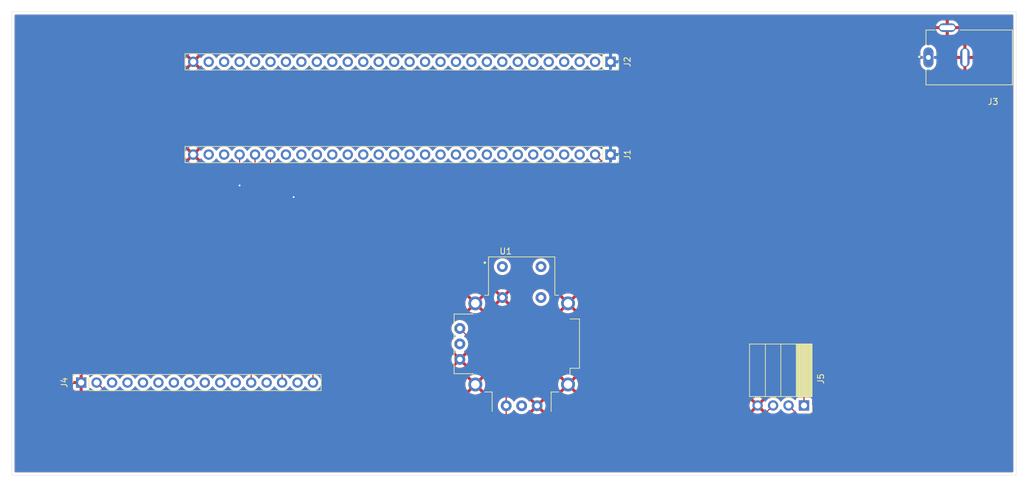
<source format=kicad_pcb>
(kicad_pcb (version 20241229) (generator "pcbnew") (generator_version "9.0")
  (layers (0 "F.Cu" signal) (2 "B.Cu" signal) (13 "F.Paste" user) (15 "B.Paste" user) (5 "F.SilkS" user "F.Silkscreen") (7 "B.SilkS" user "B.Silkscreen") (1 "F.Mask" user) (3 "B.Mask" user) (25 "Edge.Cuts" user))
  (net 0 "")
  (net 2 "/LED")
  (net 3 "/SDA")
  (net 4 "/JS_{x}")
  (net 6 "/SCK")
  (net 7 "+5V")
  (net 10 "+3.3V")
  (net 12 "/TX")
  (net 18 "GND")
  (net 20 "/CSn")
  (net 24 "/SCL")
  (net 25 "/JS_{s}")
  (net 28 "/JS_{y}")
  (net 29 "/D")
  (net 31 "/C")
  (net 34 "/CLK")
  (net 35 "/R1")
  (net 36 "/G1")
  (net 37 "/A")
  (net 40 "/B2")
  (net 41 "/B1")
  (net 42 "/G2")
  (net 43 "/OE")
  (net 44 "/B")
  (net 45 "/LAT")
  (net 48 "/R2")
  (net 49 "/E")
  (footprint "Tower_Defense:XDCR_COM-09032" (layer "F.Cu") (at 154.94 97.79)
    (property "Reference" "U1" (at -2.625 -15.235 0) (layer "F.SilkS"))
    (property "Value" "COM-09032")
    (fp_line (start -11.1 -4.9) (end -7.95 -4.9) (stroke (width 0.127)) (layer "F.SilkS"))
    (fp_line (start -11.1 4.9) (end -11.1 -4.9) (stroke (width 0.127)) (layer "F.SilkS"))
    (fp_line (start -7.95 4.9) (end -11.1 4.9) (stroke (width 0.127)) (layer "F.SilkS"))
    (fp_line (start -7.95 5.17) (end -7.95 4.9) (stroke (width 0.127)) (layer "F.SilkS"))
    (fp_line (start -6.07 -8) (end -5.45 -8) (stroke (width 0.127)) (layer "F.SilkS"))
    (fp_line (start -5.45 -14.3) (end 5.45 -14.3) (stroke (width 0.127)) (layer "F.SilkS"))
    (fp_line (start -5.45 -8) (end -5.45 -14.3) (stroke (width 0.127)) (layer "F.SilkS"))
    (fp_line (start -4.85 7.9) (end -6.07 7.9) (stroke (width 0.127)) (layer "F.SilkS"))
    (fp_line (start -4.85 11.1) (end -4.85 7.9) (stroke (width 0.127)) (layer "F.SilkS"))
    (fp_line (start 4.85 7.9) (end 4.85 11.1) (stroke (width 0.127)) (layer "F.SilkS"))
    (fp_line (start 5.45 -14.3) (end 5.45 -8) (stroke (width 0.127)) (layer "F.SilkS"))
    (fp_line (start 5.45 -8) (end 6.08 -8) (stroke (width 0.127)) (layer "F.SilkS"))
    (fp_line (start 6.08 7.9) (end 4.85 7.9) (stroke (width 0.127)) (layer "F.SilkS"))
    (fp_line (start 7.95 -4.1) (end 9.5 -4.1) (stroke (width 0.127)) (layer "F.SilkS"))
    (fp_line (start 7.95 4) (end 7.95 5.12) (stroke (width 0.127)) (layer "F.SilkS"))
    (fp_line (start 9.5 -4.1) (end 9.5 4) (stroke (width 0.127)) (layer "F.SilkS"))
    (fp_line (start 9.5 4) (end 7.95 4) (stroke (width 0.127)) (layer "F.SilkS"))
    (fp_circle (center -6.05 -13.35) (end -5.95 -13.35) (stroke (width 0.2)) (fill no) (layer "F.SilkS"))
    (pad "B1A" thru_hole circle (at -3.175 -12.7) (size 1.778 1.778) (drill 0.9) (layers "*.Cu" "*.Mask") (net 25 "/JS_{s}"))
    (pad "B1B" thru_hole circle (at 3.175 -12.7) (size 1.778 1.778) (drill 0.9) (layers "*.Cu" "*.Mask"))
    (pad "B2A" thru_hole circle (at -3.175 -7.62) (size 1.778 1.778) (drill 0.9) (layers "*.Cu" "*.Mask") (net 18 "GND"))
    (pad "B2B" thru_hole circle (at 3.175 -7.62) (size 1.778 1.778) (drill 0.9) (layers "*.Cu" "*.Mask"))
    (pad "H1" thru_hole circle (at -2.54 10.16) (size 1.778 1.778) (drill 0.889) (layers "*.Cu" "*.Mask") (net 10 "+3.3V"))
    (pad "H2" thru_hole circle (at 0 10.16) (size 1.778 1.778) (drill 0.889) (layers "*.Cu" "*.Mask") (net 4 "/JS_{x}"))
    (pad "H3" thru_hole circle (at 2.54 10.16) (size 1.778 1.778) (drill 0.889) (layers "*.Cu" "*.Mask") (net 18 "GND"))
    (pad "S1" thru_hole circle (at -7.62 -6.6675) (size 2.286 2.286) (drill 1.397) (layers "*.Cu" "*.Mask") (net 18 "GND"))
    (pad "S2" thru_hole circle (at -7.62 6.6675) (size 2.286 2.286) (drill 1.397) (layers "*.Cu" "*.Mask") (net 18 "GND"))
    (pad "S3" thru_hole circle (at 7.62 6.6675) (size 2.286 2.286) (drill 1.397) (layers "*.Cu" "*.Mask") (net 18 "GND"))
    (pad "S4" thru_hole circle (at 7.62 -6.6675) (size 2.286 2.286) (drill 1.397) (layers "*.Cu" "*.Mask") (net 18 "GND"))
    (pad "V1" thru_hole circle (at -10.16 -2.54) (size 1.778 1.778) (drill 0.889) (layers "*.Cu" "*.Mask") (net 10 "+3.3V"))
    (pad "V2" thru_hole circle (at -10.16 0) (size 1.778 1.778) (drill 0.889) (layers "*.Cu" "*.Mask") (net 28 "/JS_{y}"))
    (pad "V3" thru_hole circle (at -10.16 2.54) (size 1.778 1.778) (drill 0.889) (layers "*.Cu" "*.Mask") (net 18 "GND"))
  )
  (footprint "Tower_Defense:barrel_jack" (layer "F.Cu") (at 221.7775 50.715 180)
    (property "Reference" "J3" (at -10.625 -7.275 0) (layer "F.SilkS"))
    (property "Value" "Barrel_Jack_Switch")
    (fp_line (start 0.4 4.5) (end 0.4 2.1) (stroke (width 0.127)) (layer "F.SilkS"))
    (fp_line (start 0.4 -4.5) (end 0.4 -2.1) (stroke (width 0.127)) (layer "F.SilkS"))
    (fp_line (start 0.4 -4.5) (end -13.8 -4.5) (stroke (width 0.127)) (layer "F.SilkS"))
    (fp_line (start -1.1 4.5) (end 0.4 4.5) (stroke (width 0.127)) (layer "F.SilkS"))
    (fp_line (start -13.8 4.5) (end -5.2 4.5) (stroke (width 0.127)) (layer "F.SilkS"))
    (fp_line (start -13.8 -4.5) (end -13.8 4.5) (stroke (width 0.127)) (layer "F.SilkS"))
    (fp_circle (center 1.5 0.1) (end 1.6 0.1) (stroke (width 0.2)) (fill no) (layer "F.SilkS"))
    (fp_line (start 0.4 1.1) (end 0.4 -1) (stroke (width 0.01)) (layer "Edge.Cuts"))
    (fp_line (start -0.4 -1.1) (end -0.4 1) (stroke (width 0.01)) (layer "Edge.Cuts"))
    (fp_arc (start 0.4 1.1) (mid 0.282843 1.382843) (end 0 1.5) (stroke (width 0.01)) (layer "Edge.Cuts"))
    (fp_arc (start 0 1.5) (mid -0.303553 1.332843) (end -0.4 1) (stroke (width 0.01)) (layer "Edge.Cuts"))
    (fp_arc (start 0 -1.5) (mid 0.303553 -1.332843) (end 0.4 -1) (stroke (width 0.01)) (layer "Edge.Cuts"))
    (fp_arc (start -0.4 -1.1) (mid -0.282843 -1.382843) (end 0 -1.5) (stroke (width 0.01)) (layer "Edge.Cuts"))
    (pad "1" thru_hole oval (at 0 0 180) (size 1.65 3.3) (drill 0.8) (layers "*.Cu" "*.Mask") (net 7 "+5V"))
    (pad "2" thru_hole oval (at -6 0 180) (size 1.55 3.1) (drill oval 0.8 2.8) (layers "*.Cu" "*.Mask") (net 18 "GND"))
    (pad "3" thru_hole oval (at -3.1 4.9 180) (size 2.8 1.4) (drill oval 2.5 0.8) (layers "*.Cu" "*.Mask") (net 18 "GND"))
  )
  (footprint "Connector_PinSocket_2.54mm:PinSocket_1x04_P2.54mm_Horizontal" (layer "F.Cu") (at 201.335 107.905 -90)
    (property "Reference" "J5" (at -4.38 -2.77 90) (layer "F.SilkS"))
    (property "Value" "Conn_01x04_Socket")
    (fp_line (start -10.09 8.95) (end -1.46 8.95) (stroke (width 0.12)) (layer "F.SilkS"))
    (fp_line (start -1.46 7.98) (end -1.05 7.98) (stroke (width 0.12)) (layer "F.SilkS"))
    (fp_line (start -1.46 7.26) (end -1.05 7.26) (stroke (width 0.12)) (layer "F.SilkS"))
    (fp_line (start -10.09 6.35) (end -1.46 6.35) (stroke (width 0.12)) (layer "F.SilkS"))
    (fp_line (start -1.46 5.44) (end -1.05 5.44) (stroke (width 0.12)) (layer "F.SilkS"))
    (fp_line (start -1.46 4.72) (end -1.05 4.72) (stroke (width 0.12)) (layer "F.SilkS"))
    (fp_line (start -10.09 3.81) (end -1.46 3.81) (stroke (width 0.12)) (layer "F.SilkS"))
    (fp_line (start -1.46 2.9) (end -1.05 2.9) (stroke (width 0.12)) (layer "F.SilkS"))
    (fp_line (start -1.46 2.18) (end -1.05 2.18) (stroke (width 0.12)) (layer "F.SilkS"))
    (fp_line (start -10.09 1.27) (end -1.46 1.27) (stroke (width 0.12)) (layer "F.SilkS"))
    (fp_line (start -10.09 1.1519) (end -1.46 1.1519) (stroke (width 0.12)) (layer "F.SilkS"))
    (fp_line (start -10.09 1.033805) (end -1.46 1.033805) (stroke (width 0.12)) (layer "F.SilkS"))
    (fp_line (start -10.09 0.91571) (end -1.46 0.91571) (stroke (width 0.12)) (layer "F.SilkS"))
    (fp_line (start -10.09 0.797615) (end -1.46 0.797615) (stroke (width 0.12)) (layer "F.SilkS"))
    (fp_line (start -10.09 0.67952) (end -1.46 0.67952) (stroke (width 0.12)) (layer "F.SilkS"))
    (fp_line (start -10.09 0.561425) (end -1.46 0.561425) (stroke (width 0.12)) (layer "F.SilkS"))
    (fp_line (start -10.09 0.44333) (end -1.46 0.44333) (stroke (width 0.12)) (layer "F.SilkS"))
    (fp_line (start -1.46 0.36) (end -1.11 0.36) (stroke (width 0.12)) (layer "F.SilkS"))
    (fp_line (start -10.09 0.325235) (end -1.46 0.325235) (stroke (width 0.12)) (layer "F.SilkS"))
    (fp_line (start -10.09 0.20714) (end -1.46 0.20714) (stroke (width 0.12)) (layer "F.SilkS"))
    (fp_line (start -10.09 0.089045) (end -1.46 0.089045) (stroke (width 0.12)) (layer "F.SilkS"))
    (fp_line (start -10.09 -0.02905) (end -1.46 -0.02905) (stroke (width 0.12)) (layer "F.SilkS"))
    (fp_line (start -10.09 -0.147145) (end -1.46 -0.147145) (stroke (width 0.12)) (layer "F.SilkS"))
    (fp_line (start -10.09 -0.26524) (end -1.46 -0.26524) (stroke (width 0.12)) (layer "F.SilkS"))
    (fp_line (start -1.46 -0.36) (end -1.11 -0.36) (stroke (width 0.12)) (layer "F.SilkS"))
    (fp_line (start -10.09 -0.383335) (end -1.46 -0.383335) (stroke (width 0.12)) (layer "F.SilkS"))
    (fp_line (start -10.09 -0.50143) (end -1.46 -0.50143) (stroke (width 0.12)) (layer "F.SilkS"))
    (fp_line (start -10.09 -0.619525) (end -1.46 -0.619525) (stroke (width 0.12)) (layer "F.SilkS"))
    (fp_line (start -10.09 -0.73762) (end -1.46 -0.73762) (stroke (width 0.12)) (layer "F.SilkS"))
    (fp_line (start -10.09 -0.855715) (end -1.46 -0.855715) (stroke (width 0.12)) (layer "F.SilkS"))
    (fp_line (start -10.09 -0.97381) (end -1.46 -0.97381) (stroke (width 0.12)) (layer "F.SilkS"))
    (fp_line (start -10.09 -1.091905) (end -1.46 -1.091905) (stroke (width 0.12)) (layer "F.SilkS"))
    (fp_line (start -10.09 -1.21) (end -1.46 -1.21) (stroke (width 0.12)) (layer "F.SilkS"))
    (fp_line (start -10.09 -1.33) (end -10.09 8.95) (stroke (width 0.12)) (layer "F.SilkS"))
    (fp_line (start -10.09 -1.33) (end -1.46 -1.33) (stroke (width 0.12)) (layer "F.SilkS"))
    (fp_line (start -1.46 -1.33) (end -1.46 8.95) (stroke (width 0.12)) (layer "F.SilkS"))
    (fp_line (start 0 -1.33) (end 1.11 -1.33) (stroke (width 0.12)) (layer "F.SilkS"))
    (fp_line (start 1.11 -1.33) (end 1.11 0) (stroke (width 0.12)) (layer "F.SilkS"))
    (pad "1" thru_hole rect (at 0 0 270) (size 1.7 1.7) (drill 1) (layers "*.Cu" "*.Mask") (net 24 "/SCL"))
    (pad "2" thru_hole circle (at 0 2.54 270) (size 1.7 1.7) (drill 1) (layers "*.Cu" "*.Mask") (net 3 "/SDA"))
    (pad "3" thru_hole circle (at 0 5.08 270) (size 1.7 1.7) (drill 1) (layers "*.Cu" "*.Mask") (net 10 "+3.3V"))
    (pad "4" thru_hole circle (at 0 7.62 270) (size 1.7 1.7) (drill 1) (layers "*.Cu" "*.Mask") (net 18 "GND"))
  )
  (footprint "Connector_PinSocket_2.54mm:PinSocket_1x28_P2.54mm_Vertical" (layer "F.Cu") (at 169.545 51.435 -90)
    (property "Reference" "J2" (at 0 -2.77 90) (layer "F.SilkS"))
    (property "Value" "Conn_01x28_Socket")
    (fp_line (start -1.33 69.91) (end 1.33 69.91) (stroke (width 0.12)) (layer "F.SilkS"))
    (fp_line (start -1.33 1.27) (end -1.33 69.91) (stroke (width 0.12)) (layer "F.SilkS"))
    (fp_line (start -1.33 1.27) (end 1.33 1.27) (stroke (width 0.12)) (layer "F.SilkS"))
    (fp_line (start 1.33 1.27) (end 1.33 69.91) (stroke (width 0.12)) (layer "F.SilkS"))
    (fp_line (start 0 -1.33) (end 1.33 -1.33) (stroke (width 0.12)) (layer "F.SilkS"))
    (fp_line (start 1.33 -1.33) (end 1.33 0) (stroke (width 0.12)) (layer "F.SilkS"))
    (pad "1" thru_hole rect (at 0 0 270) (size 1.7 1.7) (drill 1) (layers "*.Cu" "*.Mask") (net 7 "+5V"))
    (pad "2" thru_hole circle (at 0 2.54 270) (size 1.7 1.7) (drill 1) (layers "*.Cu" "*.Mask") (net 10 "+3.3V"))
    (pad "3" thru_hole circle (at 0 5.08 270) (size 1.7 1.7) (drill 1) (layers "*.Cu" "*.Mask"))
    (pad "4" thru_hole circle (at 0 7.62 270) (size 1.7 1.7) (drill 1) (layers "*.Cu" "*.Mask"))
    (pad "5" thru_hole circle (at 0 10.16 270) (size 1.7 1.7) (drill 1) (layers "*.Cu" "*.Mask"))
    (pad "6" thru_hole circle (at 0 12.7 270) (size 1.7 1.7) (drill 1) (layers "*.Cu" "*.Mask"))
    (pad "7" thru_hole circle (at 0 15.24 270) (size 1.7 1.7) (drill 1) (layers "*.Cu" "*.Mask"))
    (pad "8" thru_hole circle (at 0 17.78 270) (size 1.7 1.7) (drill 1) (layers "*.Cu" "*.Mask") (net 35 "/R1"))
    (pad "9" thru_hole circle (at 0 20.32 270) (size 1.7 1.7) (drill 1) (layers "*.Cu" "*.Mask") (net 41 "/B1"))
    (pad "10" thru_hole circle (at 0 22.86 270) (size 1.7 1.7) (drill 1) (layers "*.Cu" "*.Mask") (net 36 "/G1"))
    (pad "11" thru_hole circle (at 0 25.4 270) (size 1.7 1.7) (drill 1) (layers "*.Cu" "*.Mask"))
    (pad "12" thru_hole circle (at 0 27.94 270) (size 1.7 1.7) (drill 1) (layers "*.Cu" "*.Mask") (net 48 "/R2"))
    (pad "13" thru_hole circle (at 0 30.48 270) (size 1.7 1.7) (drill 1) (layers "*.Cu" "*.Mask") (net 40 "/B2"))
    (pad "14" thru_hole circle (at 0 33.02 270) (size 1.7 1.7) (drill 1) (layers "*.Cu" "*.Mask") (net 42 "/G2"))
    (pad "15" thru_hole circle (at 0 35.56 270) (size 1.7 1.7) (drill 1) (layers "*.Cu" "*.Mask") (net 49 "/E"))
    (pad "16" thru_hole circle (at 0 38.1 270) (size 1.7 1.7) (drill 1) (layers "*.Cu" "*.Mask") (net 37 "/A"))
    (pad "17" thru_hole circle (at 0 40.64 270) (size 1.7 1.7) (drill 1) (layers "*.Cu" "*.Mask") (net 44 "/B"))
    (pad "18" thru_hole circle (at 0 43.18 270) (size 1.7 1.7) (drill 1) (layers "*.Cu" "*.Mask") (net 31 "/C"))
    (pad "19" thru_hole circle (at 0 45.72 270) (size 1.7 1.7) (drill 1) (layers "*.Cu" "*.Mask") (net 29 "/D"))
    (pad "20" thru_hole circle (at 0 48.26 270) (size 1.7 1.7) (drill 1) (layers "*.Cu" "*.Mask") (net 34 "/CLK"))
    (pad "21" thru_hole circle (at 0 50.8 270) (size 1.7 1.7) (drill 1) (layers "*.Cu" "*.Mask") (net 45 "/LAT"))
    (pad "22" thru_hole circle (at 0 53.34 270) (size 1.7 1.7) (drill 1) (layers "*.Cu" "*.Mask") (net 43 "/OE"))
    (pad "23" thru_hole circle (at 0 55.88 270) (size 1.7 1.7) (drill 1) (layers "*.Cu" "*.Mask"))
    (pad "24" thru_hole circle (at 0 58.42 270) (size 1.7 1.7) (drill 1) (layers "*.Cu" "*.Mask"))
    (pad "25" thru_hole circle (at 0 60.96 270) (size 1.7 1.7) (drill 1) (layers "*.Cu" "*.Mask"))
    (pad "26" thru_hole circle (at 0 63.5 270) (size 1.7 1.7) (drill 1) (layers "*.Cu" "*.Mask"))
    (pad "27" thru_hole circle (at 0 66.04 270) (size 1.7 1.7) (drill 1) (layers "*.Cu" "*.Mask"))
    (pad "28" thru_hole circle (at 0 68.58 270) (size 1.7 1.7) (drill 1) (layers "*.Cu" "*.Mask") (net 18 "GND"))
  )
  (footprint "Connector_PinSocket_2.54mm:PinSocket_1x16_P2.54mm_Vertical" (layer "F.Cu") (at 82.55 104.14 90)
    (property "Reference" "J4" (at 0 -2.77 90) (layer "F.SilkS"))
    (property "Value" "Conn_01x16_Socket")
    (fp_line (start 1.33 -1.33) (end 1.33 0) (stroke (width 0.12)) (layer "F.SilkS"))
    (fp_line (start 0 -1.33) (end 1.33 -1.33) (stroke (width 0.12)) (layer "F.SilkS"))
    (fp_line (start 1.33 1.27) (end 1.33 39.43) (stroke (width 0.12)) (layer "F.SilkS"))
    (fp_line (start -1.33 1.27) (end 1.33 1.27) (stroke (width 0.12)) (layer "F.SilkS"))
    (fp_line (start -1.33 1.27) (end -1.33 39.43) (stroke (width 0.12)) (layer "F.SilkS"))
    (fp_line (start -1.33 39.43) (end 1.33 39.43) (stroke (width 0.12)) (layer "F.SilkS"))
    (pad "1" thru_hole rect (at 0 0 90) (size 1.7 1.7) (drill 1) (layers "*.Cu" "*.Mask") (net 18 "GND"))
    (pad "2" thru_hole circle (at 0 2.54 90) (size 1.7 1.7) (drill 1) (layers "*.Cu" "*.Mask") (net 10 "+3.3V"))
    (pad "3" thru_hole circle (at 0 5.08 90) (size 1.7 1.7) (drill 1) (layers "*.Cu" "*.Mask"))
    (pad "4" thru_hole circle (at 0 7.62 90) (size 1.7 1.7) (drill 1) (layers "*.Cu" "*.Mask"))
    (pad "5" thru_hole circle (at 0 10.16 90) (size 1.7 1.7) (drill 1) (layers "*.Cu" "*.Mask"))
    (pad "6" thru_hole circle (at 0 12.7 90) (size 1.7 1.7) (drill 1) (layers "*.Cu" "*.Mask"))
    (pad "7" thru_hole circle (at 0 15.24 90) (size 1.7 1.7) (drill 1) (layers "*.Cu" "*.Mask"))
    (pad "8" thru_hole circle (at 0 17.78 90) (size 1.7 1.7) (drill 1) (layers "*.Cu" "*.Mask"))
    (pad "9" thru_hole circle (at 0 20.32 90) (size 1.7 1.7) (drill 1) (layers "*.Cu" "*.Mask"))
    (pad "10" thru_hole circle (at 0 22.86 90) (size 1.7 1.7) (drill 1) (layers "*.Cu" "*.Mask"))
    (pad "11" thru_hole circle (at 0 25.4 90) (size 1.7 1.7) (drill 1) (layers "*.Cu" "*.Mask"))
    (pad "12" thru_hole circle (at 0 27.94 90) (size 1.7 1.7) (drill 1) (layers "*.Cu" "*.Mask") (net 6 "/SCK"))
    (pad "13" thru_hole circle (at 0 30.48 90) (size 1.7 1.7) (drill 1) (layers "*.Cu" "*.Mask"))
    (pad "14" thru_hole circle (at 0 33.02 90) (size 1.7 1.7) (drill 1) (layers "*.Cu" "*.Mask") (net 12 "/TX"))
    (pad "15" thru_hole circle (at 0 35.56 90) (size 1.7 1.7) (drill 1) (layers "*.Cu" "*.Mask"))
    (pad "16" thru_hole circle (at 0 38.1 90) (size 1.7 1.7) (drill 1) (layers "*.Cu" "*.Mask") (net 20 "/CSn"))
  )
  (footprint "Connector_PinSocket_2.54mm:PinSocket_1x28_P2.54mm_Vertical" (layer "F.Cu") (at 169.545 66.675 -90)
    (property "Reference" "J1" (at 0 -2.77 90) (layer "F.SilkS"))
    (property "Value" "Conn_01x28_Socket")
    (fp_line (start -1.33 69.91) (end 1.33 69.91) (stroke (width 0.12)) (layer "F.SilkS"))
    (fp_line (start -1.33 1.27) (end -1.33 69.91) (stroke (width 0.12)) (layer "F.SilkS"))
    (fp_line (start -1.33 1.27) (end 1.33 1.27) (stroke (width 0.12)) (layer "F.SilkS"))
    (fp_line (start 1.33 1.27) (end 1.33 69.91) (stroke (width 0.12)) (layer "F.SilkS"))
    (fp_line (start 0 -1.33) (end 1.33 -1.33) (stroke (width 0.12)) (layer "F.SilkS"))
    (fp_line (start 1.33 -1.33) (end 1.33 0) (stroke (width 0.12)) (layer "F.SilkS"))
    (pad "1" thru_hole rect (at 0 0 270) (size 1.7 1.7) (drill 1) (layers "*.Cu" "*.Mask") (net 7 "+5V"))
    (pad "2" thru_hole circle (at 0 2.54 270) (size 1.7 1.7) (drill 1) (layers "*.Cu" "*.Mask") (net 10 "+3.3V"))
    (pad "3" thru_hole circle (at 0 5.08 270) (size 1.7 1.7) (drill 1) (layers "*.Cu" "*.Mask") (net 2 "/LED"))
    (pad "4" thru_hole circle (at 0 7.62 270) (size 1.7 1.7) (drill 1) (layers "*.Cu" "*.Mask"))
    (pad "5" thru_hole circle (at 0 10.16 270) (size 1.7 1.7) (drill 1) (layers "*.Cu" "*.Mask"))
    (pad "6" thru_hole circle (at 0 12.7 270) (size 1.7 1.7) (drill 1) (layers "*.Cu" "*.Mask"))
    (pad "7" thru_hole circle (at 0 15.24 270) (size 1.7 1.7) (drill 1) (layers "*.Cu" "*.Mask"))
    (pad "8" thru_hole circle (at 0 17.78 270) (size 1.7 1.7) (drill 1) (layers "*.Cu" "*.Mask") (net 25 "/JS_{s}"))
    (pad "9" thru_hole circle (at 0 20.32 270) (size 1.7 1.7) (drill 1) (layers "*.Cu" "*.Mask") (net 28 "/JS_{y}"))
    (pad "10" thru_hole circle (at 0 22.86 270) (size 1.7 1.7) (drill 1) (layers "*.Cu" "*.Mask") (net 4 "/JS_{x}"))
    (pad "11" thru_hole circle (at 0 25.4 270) (size 1.7 1.7) (drill 1) (layers "*.Cu" "*.Mask"))
    (pad "12" thru_hole circle (at 0 27.94 270) (size 1.7 1.7) (drill 1) (layers "*.Cu" "*.Mask"))
    (pad "13" thru_hole circle (at 0 30.48 270) (size 1.7 1.7) (drill 1) (layers "*.Cu" "*.Mask"))
    (pad "14" thru_hole circle (at 0 33.02 270) (size 1.7 1.7) (drill 1) (layers "*.Cu" "*.Mask"))
    (pad "15" thru_hole circle (at 0 35.56 270) (size 1.7 1.7) (drill 1) (layers "*.Cu" "*.Mask"))
    (pad "16" thru_hole circle (at 0 38.1 270) (size 1.7 1.7) (drill 1) (layers "*.Cu" "*.Mask"))
    (pad "17" thru_hole circle (at 0 40.64 270) (size 1.7 1.7) (drill 1) (layers "*.Cu" "*.Mask"))
    (pad "18" thru_hole circle (at 0 43.18 270) (size 1.7 1.7) (drill 1) (layers "*.Cu" "*.Mask") (net 3 "/SDA"))
    (pad "19" thru_hole circle (at 0 45.72 270) (size 1.7 1.7) (drill 1) (layers "*.Cu" "*.Mask") (net 24 "/SCL"))
    (pad "20" thru_hole circle (at 0 48.26 270) (size 1.7 1.7) (drill 1) (layers "*.Cu" "*.Mask"))
    (pad "21" thru_hole circle (at 0 50.8 270) (size 1.7 1.7) (drill 1) (layers "*.Cu" "*.Mask"))
    (pad "22" thru_hole circle (at 0 53.34 270) (size 1.7 1.7) (drill 1) (layers "*.Cu" "*.Mask"))
    (pad "23" thru_hole circle (at 0 55.88 270) (size 1.7 1.7) (drill 1) (layers "*.Cu" "*.Mask") (net 12 "/TX"))
    (pad "24" thru_hole circle (at 0 58.42 270) (size 1.7 1.7) (drill 1) (layers "*.Cu" "*.Mask") (net 6 "/SCK"))
    (pad "25" thru_hole circle (at 0 60.96 270) (size 1.7 1.7) (drill 1) (layers "*.Cu" "*.Mask") (net 20 "/CSn"))
    (pad "26" thru_hole circle (at 0 63.5 270) (size 1.7 1.7) (drill 1) (layers "*.Cu" "*.Mask"))
    (pad "27" thru_hole circle (at 0 66.04 270) (size 1.7 1.7) (drill 1) (layers "*.Cu" "*.Mask"))
    (pad "28" thru_hole circle (at 0 68.58 270) (size 1.7 1.7) (drill 1) (layers "*.Cu" "*.Mask") (net 18 "GND"))
  )
  (gr_rect (start 71.12 43.18) (end 236.22 119.38) (stroke (width 0.05)) (fill no) (layer "Edge.Cuts"))
  (segment (start 198.795 107.905) (end 200.745 109.855) (width 0.2) (layer "F.Cu") (net 3))
  (segment (start 202.565 109.855) (end 203.2 109.22) (width 0.2) (layer "F.Cu") (net 3))
  (segment (start 200.745 109.855) (end 202.565 109.855) (width 0.2) (layer "F.Cu") (net 3))
  (segment (start 203.2 109.22) (end 203.2 105.41) (width 0.2) (layer "F.Cu") (net 3))
  (segment (start 110.49 70.485) (end 111.125 69.85) (width 0.2) (layer "F.Cu") (net 6))
  (segment (start 110.49 104.14) (end 110.49 70.485) (width 0.2) (layer "F.Cu") (net 6))
  (segment (start 111.125 69.85) (end 111.125 66.675) (width 0.2) (layer "F.Cu") (net 6))
  (segment (start 156.21 114.3) (end 152.4 114.3) (width 0.2) (layer "F.Cu") (net 10))
  (segment (start 167.005 66.675) (end 170.18 69.85) (width 0.2) (layer "F.Cu") (net 10))
  (segment (start 152.4 112.395) (end 154.305 114.3) (width 0.2) (layer "F.Cu") (net 10))
  (segment (start 189.86 114.3) (end 156.21 114.3) (width 0.2) (layer "F.Cu") (net 10))
  (segment (start 205.74 100.965) (end 205.74 112.395) (width 0.2) (layer "F.Cu") (net 10))
  (segment (start 154.305 114.3) (end 156.21 114.3) (width 0.2) (layer "F.Cu") (net 10))
  (segment (start 95.25 114.3) (end 85.09 104.14) (width 0.2) (layer "F.Cu") (net 10))
  (segment (start 138.43 114.3) (end 95.25 114.3) (width 0.2) (layer "F.Cu") (net 10))
  (segment (start 203.835 114.3) (end 189.86 114.3) (width 0.2) (layer "F.Cu") (net 10))
  (segment (start 196.255 107.905) (end 189.86 114.3) (width 0.2) (layer "F.Cu") (net 10))
  (segment (start 144.78 95.25) (end 152.4 102.87) (width 0.2) (layer "F.Cu") (net 10))
  (segment (start 152.4 102.87) (end 152.4 107.95) (width 0.2) (layer "F.Cu") (net 10))
  (segment (start 170.18 69.85) (end 174.625 69.85) (width 0.2) (layer "F.Cu") (net 10))
  (segment (start 152.4 107.95) (end 152.4 112.395) (width 0.2) (layer "F.Cu") (net 10))
  (segment (start 205.74 112.395) (end 203.835 114.3) (width 0.2) (layer "F.Cu") (net 10))
  (segment (start 141.605 114.3) (end 138.43 114.3) (width 0.2) (layer "F.Cu") (net 10))
  (segment (start 174.625 69.85) (end 205.74 100.965) (width 0.2) (layer "F.Cu") (net 10))
  (segment (start 152.4 114.3) (end 141.605 114.3) (width 0.2) (layer "F.Cu") (net 10))
  (segment (start 115.57 104.14) (end 115.57 70.485) (width 0.2) (layer "F.Cu") (net 12))
  (segment (start 113.665 68.58) (end 113.665 66.675) (width 0.2) (layer "F.Cu") (net 12))
  (segment (start 115.57 70.485) (end 113.665 68.58) (width 0.2) (layer "F.Cu") (net 12))
  (segment (start 108.585 71.755) (end 108.585 66.675) (width 0.2) (layer "F.Cu") (net 20))
  (segment (start 117.475 73.66) (end 119.38 73.66) (width 0.2) (layer "F.Cu") (net 20))
  (segment (start 120.65 74.93) (end 120.65 104.14) (width 0.2) (layer "F.Cu") (net 20))
  (segment (start 119.38 73.66) (end 120.65 74.93) (width 0.2) (layer "F.Cu") (net 20))
  (via (at 108.585 71.755) (size 0.6) (drill 0.3) (layers "F.Cu" "B.Cu") (net 20))
  (via (at 117.475 73.66) (size 0.6) (drill 0.3) (layers "F.Cu" "B.Cu") (net 20))
  (segment (start 110.49 73.66) (end 108.585 71.755) (width 0.2) (layer "B.Cu") (net 20))
  (segment (start 117.475 73.66) (end 110.49 73.66) (width 0.2) (layer "B.Cu") (net 20))
  (segment (start 201.335 107.905) (end 201.335 106.085) (width 0.2) (layer "F.Cu") (net 24))
  (zone (net 18) (net_name "GND") (layer "F.Cu") (connect_pads (clearance 0.5)) (min_thickness 0.25) (fill yes (thermal_gap 0.5) (thermal_bridge_width 0.5))
    (polygon (pts (xy 69.85 41.91) (xy 237.49 41.91) (xy 237.49 120.65) (xy 69.85 120.65) (xy 69.85 41.91)))
  )
  (zone (net 7) (net_name "+5V") (layer "B.Cu") (priority 1) (connect_pads (clearance 0.5)) (min_thickness 0.25) (fill yes (thermal_gap 0.5) (thermal_bridge_width 0.5))
    (polygon (pts (xy 69.215 41.275) (xy 69.215 120.015) (xy 236.855 120.015) (xy 236.855 41.275)))
  )
)
</source>
